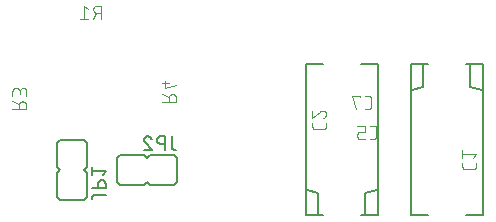
<source format=gbr>
G04 EAGLE Gerber RS-274X export*
G75*
%MOMM*%
%FSLAX34Y34*%
%LPD*%
%INSilkscreen Bottom*%
%IPPOS*%
%AMOC8*
5,1,8,0,0,1.08239X$1,22.5*%
G01*
%ADD10C,0.203200*%
%ADD11C,0.101600*%
%ADD12C,0.152400*%
%ADD13C,0.127000*%


D10*
X541000Y432300D02*
X541000Y304300D01*
X555500Y304300D01*
X587500Y304300D02*
X602000Y304300D01*
X602000Y432300D01*
X587500Y432300D01*
X555500Y432300D02*
X541000Y432300D01*
X551500Y431800D02*
X551500Y413300D01*
X542000Y410800D01*
X591500Y413300D02*
X591500Y431800D01*
X591500Y413300D02*
X601000Y410800D01*
D11*
X584708Y348601D02*
X584708Y346004D01*
X584710Y345905D01*
X584716Y345805D01*
X584725Y345706D01*
X584738Y345608D01*
X584755Y345510D01*
X584776Y345412D01*
X584801Y345316D01*
X584829Y345221D01*
X584861Y345127D01*
X584896Y345034D01*
X584935Y344942D01*
X584978Y344852D01*
X585023Y344764D01*
X585073Y344677D01*
X585125Y344593D01*
X585181Y344510D01*
X585239Y344430D01*
X585301Y344352D01*
X585366Y344277D01*
X585434Y344204D01*
X585504Y344134D01*
X585577Y344066D01*
X585652Y344001D01*
X585730Y343939D01*
X585810Y343881D01*
X585893Y343825D01*
X585977Y343773D01*
X586064Y343723D01*
X586152Y343678D01*
X586242Y343635D01*
X586334Y343596D01*
X586427Y343561D01*
X586521Y343529D01*
X586616Y343501D01*
X586712Y343476D01*
X586810Y343455D01*
X586908Y343438D01*
X587006Y343425D01*
X587105Y343416D01*
X587205Y343410D01*
X587304Y343408D01*
X593796Y343408D01*
X593895Y343410D01*
X593995Y343416D01*
X594094Y343425D01*
X594192Y343438D01*
X594290Y343455D01*
X594388Y343476D01*
X594484Y343501D01*
X594579Y343529D01*
X594673Y343561D01*
X594766Y343596D01*
X594858Y343635D01*
X594948Y343678D01*
X595036Y343723D01*
X595123Y343773D01*
X595207Y343825D01*
X595290Y343881D01*
X595370Y343939D01*
X595448Y344001D01*
X595523Y344066D01*
X595596Y344134D01*
X595666Y344204D01*
X595734Y344277D01*
X595799Y344352D01*
X595861Y344430D01*
X595919Y344510D01*
X595975Y344593D01*
X596027Y344677D01*
X596077Y344764D01*
X596122Y344852D01*
X596165Y344942D01*
X596204Y345034D01*
X596239Y345126D01*
X596271Y345221D01*
X596299Y345316D01*
X596324Y345412D01*
X596345Y345510D01*
X596362Y345608D01*
X596375Y345706D01*
X596384Y345805D01*
X596390Y345905D01*
X596392Y346004D01*
X596392Y348601D01*
X593796Y352966D02*
X596392Y356212D01*
X584708Y356212D01*
X584708Y359457D02*
X584708Y352966D01*
D10*
X513100Y304300D02*
X513100Y432300D01*
X498600Y432300D01*
X466600Y432300D02*
X452100Y432300D01*
X452100Y304300D01*
X466600Y304300D01*
X498600Y304300D02*
X513100Y304300D01*
X502600Y304800D02*
X502600Y323300D01*
X512100Y325800D01*
X462600Y323300D02*
X462600Y304800D01*
X462600Y323300D02*
X453100Y325800D01*
D11*
X457708Y379739D02*
X457708Y382336D01*
X457708Y379739D02*
X457710Y379640D01*
X457716Y379540D01*
X457725Y379441D01*
X457738Y379343D01*
X457755Y379245D01*
X457776Y379147D01*
X457801Y379051D01*
X457829Y378956D01*
X457861Y378862D01*
X457896Y378769D01*
X457935Y378677D01*
X457978Y378587D01*
X458023Y378499D01*
X458073Y378412D01*
X458125Y378328D01*
X458181Y378245D01*
X458239Y378165D01*
X458301Y378087D01*
X458366Y378012D01*
X458434Y377939D01*
X458504Y377869D01*
X458577Y377801D01*
X458652Y377736D01*
X458730Y377674D01*
X458810Y377616D01*
X458893Y377560D01*
X458977Y377508D01*
X459064Y377458D01*
X459152Y377413D01*
X459242Y377370D01*
X459334Y377331D01*
X459427Y377296D01*
X459521Y377264D01*
X459616Y377236D01*
X459712Y377211D01*
X459810Y377190D01*
X459908Y377173D01*
X460006Y377160D01*
X460105Y377151D01*
X460205Y377145D01*
X460304Y377143D01*
X466796Y377143D01*
X466895Y377145D01*
X466995Y377151D01*
X467094Y377160D01*
X467192Y377173D01*
X467290Y377190D01*
X467388Y377211D01*
X467484Y377236D01*
X467579Y377264D01*
X467673Y377296D01*
X467766Y377331D01*
X467858Y377370D01*
X467948Y377413D01*
X468036Y377458D01*
X468123Y377508D01*
X468207Y377560D01*
X468290Y377616D01*
X468370Y377674D01*
X468448Y377736D01*
X468523Y377801D01*
X468596Y377869D01*
X468666Y377939D01*
X468734Y378012D01*
X468799Y378087D01*
X468861Y378165D01*
X468919Y378245D01*
X468975Y378328D01*
X469027Y378412D01*
X469077Y378499D01*
X469122Y378587D01*
X469165Y378677D01*
X469204Y378769D01*
X469239Y378861D01*
X469271Y378956D01*
X469299Y379051D01*
X469324Y379147D01*
X469345Y379245D01*
X469362Y379343D01*
X469375Y379441D01*
X469384Y379540D01*
X469390Y379640D01*
X469392Y379739D01*
X469392Y382336D01*
X469392Y390271D02*
X469390Y390378D01*
X469384Y390484D01*
X469374Y390590D01*
X469361Y390696D01*
X469343Y390802D01*
X469322Y390906D01*
X469297Y391010D01*
X469268Y391113D01*
X469236Y391214D01*
X469199Y391314D01*
X469159Y391413D01*
X469116Y391511D01*
X469069Y391607D01*
X469018Y391701D01*
X468964Y391793D01*
X468907Y391883D01*
X468847Y391971D01*
X468783Y392056D01*
X468716Y392139D01*
X468646Y392220D01*
X468574Y392298D01*
X468498Y392374D01*
X468420Y392446D01*
X468339Y392516D01*
X468256Y392583D01*
X468171Y392647D01*
X468083Y392707D01*
X467993Y392764D01*
X467901Y392818D01*
X467807Y392869D01*
X467711Y392916D01*
X467613Y392959D01*
X467514Y392999D01*
X467414Y393036D01*
X467313Y393068D01*
X467210Y393097D01*
X467106Y393122D01*
X467002Y393143D01*
X466896Y393161D01*
X466790Y393174D01*
X466684Y393184D01*
X466578Y393190D01*
X466471Y393192D01*
X469392Y390271D02*
X469390Y390150D01*
X469384Y390029D01*
X469374Y389909D01*
X469361Y389788D01*
X469343Y389669D01*
X469322Y389549D01*
X469297Y389431D01*
X469268Y389314D01*
X469235Y389197D01*
X469199Y389082D01*
X469158Y388968D01*
X469115Y388855D01*
X469067Y388743D01*
X469016Y388634D01*
X468961Y388526D01*
X468903Y388419D01*
X468842Y388315D01*
X468777Y388213D01*
X468709Y388113D01*
X468638Y388015D01*
X468564Y387919D01*
X468487Y387826D01*
X468406Y387736D01*
X468323Y387648D01*
X468237Y387563D01*
X468148Y387480D01*
X468057Y387401D01*
X467963Y387324D01*
X467867Y387251D01*
X467769Y387181D01*
X467668Y387114D01*
X467565Y387050D01*
X467460Y386990D01*
X467353Y386933D01*
X467245Y386879D01*
X467135Y386829D01*
X467023Y386783D01*
X466910Y386740D01*
X466795Y386701D01*
X464199Y392219D02*
X464276Y392298D01*
X464357Y392374D01*
X464440Y392447D01*
X464525Y392517D01*
X464613Y392584D01*
X464703Y392648D01*
X464795Y392708D01*
X464890Y392765D01*
X464986Y392819D01*
X465084Y392870D01*
X465184Y392917D01*
X465286Y392961D01*
X465389Y393001D01*
X465493Y393037D01*
X465599Y393069D01*
X465705Y393098D01*
X465813Y393123D01*
X465921Y393145D01*
X466031Y393162D01*
X466140Y393176D01*
X466250Y393185D01*
X466361Y393191D01*
X466471Y393193D01*
X464199Y392218D02*
X457708Y386701D01*
X457708Y393192D01*
X506664Y368808D02*
X509261Y368808D01*
X509360Y368810D01*
X509460Y368816D01*
X509559Y368825D01*
X509657Y368838D01*
X509755Y368855D01*
X509853Y368876D01*
X509949Y368901D01*
X510044Y368929D01*
X510138Y368961D01*
X510231Y368996D01*
X510323Y369035D01*
X510413Y369078D01*
X510501Y369123D01*
X510588Y369173D01*
X510672Y369225D01*
X510755Y369281D01*
X510835Y369339D01*
X510913Y369401D01*
X510988Y369466D01*
X511061Y369534D01*
X511131Y369604D01*
X511199Y369677D01*
X511264Y369752D01*
X511326Y369830D01*
X511384Y369910D01*
X511440Y369993D01*
X511492Y370077D01*
X511542Y370164D01*
X511587Y370252D01*
X511630Y370342D01*
X511669Y370434D01*
X511704Y370527D01*
X511736Y370621D01*
X511764Y370716D01*
X511789Y370812D01*
X511810Y370910D01*
X511827Y371008D01*
X511840Y371106D01*
X511849Y371205D01*
X511855Y371305D01*
X511857Y371404D01*
X511857Y377896D01*
X511855Y377995D01*
X511849Y378095D01*
X511840Y378194D01*
X511827Y378292D01*
X511810Y378390D01*
X511789Y378488D01*
X511764Y378584D01*
X511736Y378679D01*
X511704Y378773D01*
X511669Y378866D01*
X511630Y378958D01*
X511587Y379048D01*
X511542Y379136D01*
X511492Y379223D01*
X511440Y379307D01*
X511384Y379390D01*
X511326Y379470D01*
X511264Y379548D01*
X511199Y379623D01*
X511131Y379696D01*
X511061Y379766D01*
X510988Y379834D01*
X510913Y379899D01*
X510835Y379961D01*
X510755Y380019D01*
X510672Y380075D01*
X510588Y380127D01*
X510501Y380177D01*
X510413Y380222D01*
X510323Y380265D01*
X510231Y380304D01*
X510138Y380339D01*
X510044Y380371D01*
X509949Y380399D01*
X509853Y380424D01*
X509755Y380445D01*
X509657Y380462D01*
X509559Y380475D01*
X509460Y380484D01*
X509360Y380490D01*
X509261Y380492D01*
X506664Y380492D01*
X502299Y368808D02*
X498404Y368808D01*
X498305Y368810D01*
X498205Y368816D01*
X498106Y368825D01*
X498008Y368838D01*
X497910Y368855D01*
X497812Y368876D01*
X497716Y368901D01*
X497621Y368929D01*
X497527Y368961D01*
X497434Y368996D01*
X497342Y369035D01*
X497252Y369078D01*
X497164Y369123D01*
X497077Y369173D01*
X496993Y369225D01*
X496910Y369281D01*
X496830Y369339D01*
X496752Y369401D01*
X496677Y369466D01*
X496604Y369534D01*
X496534Y369604D01*
X496466Y369677D01*
X496401Y369752D01*
X496339Y369830D01*
X496281Y369910D01*
X496225Y369993D01*
X496173Y370077D01*
X496123Y370164D01*
X496078Y370252D01*
X496035Y370342D01*
X495996Y370434D01*
X495961Y370527D01*
X495929Y370621D01*
X495901Y370716D01*
X495876Y370812D01*
X495855Y370910D01*
X495838Y371008D01*
X495825Y371106D01*
X495816Y371205D01*
X495810Y371305D01*
X495808Y371404D01*
X495808Y372703D01*
X495810Y372802D01*
X495816Y372902D01*
X495825Y373001D01*
X495838Y373099D01*
X495855Y373197D01*
X495876Y373295D01*
X495901Y373391D01*
X495929Y373486D01*
X495961Y373580D01*
X495996Y373673D01*
X496035Y373765D01*
X496078Y373855D01*
X496123Y373943D01*
X496173Y374030D01*
X496225Y374114D01*
X496281Y374197D01*
X496339Y374277D01*
X496401Y374355D01*
X496466Y374430D01*
X496534Y374503D01*
X496604Y374573D01*
X496677Y374641D01*
X496752Y374706D01*
X496830Y374768D01*
X496910Y374826D01*
X496993Y374882D01*
X497077Y374934D01*
X497164Y374984D01*
X497252Y375029D01*
X497342Y375072D01*
X497434Y375111D01*
X497527Y375146D01*
X497621Y375178D01*
X497716Y375206D01*
X497812Y375231D01*
X497910Y375252D01*
X498008Y375269D01*
X498106Y375282D01*
X498205Y375291D01*
X498305Y375297D01*
X498404Y375299D01*
X502299Y375299D01*
X502299Y380492D01*
X495808Y380492D01*
X502299Y394208D02*
X504896Y394208D01*
X504995Y394210D01*
X505095Y394216D01*
X505194Y394225D01*
X505292Y394238D01*
X505390Y394255D01*
X505488Y394276D01*
X505584Y394301D01*
X505679Y394329D01*
X505773Y394361D01*
X505866Y394396D01*
X505958Y394435D01*
X506048Y394478D01*
X506136Y394523D01*
X506223Y394573D01*
X506307Y394625D01*
X506390Y394681D01*
X506470Y394739D01*
X506548Y394801D01*
X506623Y394866D01*
X506696Y394934D01*
X506766Y395004D01*
X506834Y395077D01*
X506899Y395152D01*
X506961Y395230D01*
X507019Y395310D01*
X507075Y395393D01*
X507127Y395477D01*
X507177Y395564D01*
X507222Y395652D01*
X507265Y395742D01*
X507304Y395834D01*
X507339Y395927D01*
X507371Y396021D01*
X507399Y396116D01*
X507424Y396212D01*
X507445Y396310D01*
X507462Y396408D01*
X507475Y396506D01*
X507484Y396605D01*
X507490Y396705D01*
X507492Y396804D01*
X507492Y403296D01*
X507490Y403395D01*
X507484Y403495D01*
X507475Y403594D01*
X507462Y403692D01*
X507445Y403790D01*
X507424Y403888D01*
X507399Y403984D01*
X507371Y404079D01*
X507339Y404173D01*
X507304Y404266D01*
X507265Y404358D01*
X507222Y404448D01*
X507177Y404536D01*
X507127Y404623D01*
X507075Y404707D01*
X507019Y404790D01*
X506961Y404870D01*
X506899Y404948D01*
X506834Y405023D01*
X506766Y405096D01*
X506696Y405166D01*
X506623Y405234D01*
X506548Y405299D01*
X506470Y405361D01*
X506390Y405419D01*
X506307Y405475D01*
X506223Y405527D01*
X506136Y405577D01*
X506048Y405622D01*
X505958Y405665D01*
X505866Y405704D01*
X505773Y405739D01*
X505679Y405771D01*
X505584Y405799D01*
X505488Y405824D01*
X505390Y405845D01*
X505292Y405862D01*
X505194Y405875D01*
X505095Y405884D01*
X504995Y405890D01*
X504896Y405892D01*
X502299Y405892D01*
X497934Y405892D02*
X497934Y404594D01*
X497934Y405892D02*
X491443Y405892D01*
X494688Y394208D01*
D12*
X266700Y345440D02*
X264160Y342900D01*
X266700Y340360D01*
X243840Y342900D02*
X241300Y345440D01*
X243840Y342900D02*
X241300Y340360D01*
X241300Y320040D01*
X243840Y317500D01*
X241300Y365760D02*
X243840Y368300D01*
X241300Y365760D02*
X241300Y345440D01*
X243840Y368300D02*
X264160Y368300D01*
X266700Y365760D01*
X266700Y345440D01*
X266700Y340360D02*
X266700Y320040D01*
X264160Y317500D01*
X243840Y317500D01*
D13*
X273685Y321945D02*
X282575Y321945D01*
X273685Y321945D02*
X273585Y321943D01*
X273486Y321937D01*
X273386Y321927D01*
X273288Y321914D01*
X273189Y321896D01*
X273092Y321875D01*
X272996Y321850D01*
X272900Y321821D01*
X272806Y321788D01*
X272713Y321752D01*
X272622Y321712D01*
X272532Y321668D01*
X272444Y321621D01*
X272358Y321571D01*
X272274Y321517D01*
X272192Y321460D01*
X272113Y321400D01*
X272035Y321336D01*
X271961Y321270D01*
X271889Y321201D01*
X271820Y321129D01*
X271754Y321055D01*
X271690Y320977D01*
X271630Y320898D01*
X271573Y320816D01*
X271519Y320732D01*
X271469Y320646D01*
X271422Y320558D01*
X271378Y320468D01*
X271338Y320377D01*
X271302Y320284D01*
X271269Y320190D01*
X271240Y320094D01*
X271215Y319998D01*
X271194Y319901D01*
X271176Y319802D01*
X271163Y319704D01*
X271153Y319604D01*
X271147Y319505D01*
X271145Y319405D01*
X271145Y318135D01*
X271145Y327925D02*
X282575Y327925D01*
X282575Y331100D01*
X282573Y331211D01*
X282567Y331321D01*
X282558Y331432D01*
X282544Y331542D01*
X282527Y331651D01*
X282506Y331760D01*
X282481Y331868D01*
X282452Y331975D01*
X282420Y332081D01*
X282384Y332186D01*
X282344Y332289D01*
X282301Y332391D01*
X282254Y332492D01*
X282203Y332591D01*
X282150Y332688D01*
X282093Y332782D01*
X282032Y332875D01*
X281969Y332966D01*
X281902Y333055D01*
X281832Y333141D01*
X281759Y333224D01*
X281684Y333306D01*
X281606Y333384D01*
X281524Y333459D01*
X281441Y333532D01*
X281355Y333602D01*
X281266Y333669D01*
X281175Y333732D01*
X281082Y333793D01*
X280988Y333850D01*
X280891Y333903D01*
X280792Y333954D01*
X280691Y334001D01*
X280589Y334044D01*
X280486Y334084D01*
X280381Y334120D01*
X280275Y334152D01*
X280168Y334181D01*
X280060Y334206D01*
X279951Y334227D01*
X279842Y334244D01*
X279732Y334258D01*
X279621Y334267D01*
X279511Y334273D01*
X279400Y334275D01*
X279289Y334273D01*
X279179Y334267D01*
X279068Y334258D01*
X278958Y334244D01*
X278849Y334227D01*
X278740Y334206D01*
X278632Y334181D01*
X278525Y334152D01*
X278419Y334120D01*
X278314Y334084D01*
X278211Y334044D01*
X278109Y334001D01*
X278008Y333954D01*
X277909Y333903D01*
X277813Y333850D01*
X277718Y333793D01*
X277625Y333732D01*
X277534Y333669D01*
X277445Y333602D01*
X277359Y333532D01*
X277276Y333459D01*
X277194Y333384D01*
X277116Y333306D01*
X277041Y333224D01*
X276968Y333141D01*
X276898Y333055D01*
X276831Y332966D01*
X276768Y332875D01*
X276707Y332782D01*
X276650Y332688D01*
X276597Y332591D01*
X276546Y332492D01*
X276499Y332391D01*
X276456Y332289D01*
X276416Y332186D01*
X276380Y332081D01*
X276348Y331975D01*
X276319Y331868D01*
X276294Y331760D01*
X276273Y331651D01*
X276256Y331542D01*
X276242Y331432D01*
X276233Y331321D01*
X276227Y331211D01*
X276225Y331100D01*
X276225Y327925D01*
X280035Y338784D02*
X282575Y341959D01*
X271145Y341959D01*
X271145Y338784D02*
X271145Y345134D01*
D12*
X314960Y355600D02*
X317500Y353060D01*
X320040Y355600D01*
X317500Y332740D02*
X314960Y330200D01*
X317500Y332740D02*
X320040Y330200D01*
X340360Y330200D01*
X342900Y332740D01*
X294640Y330200D02*
X292100Y332740D01*
X294640Y330200D02*
X314960Y330200D01*
X292100Y332740D02*
X292100Y353060D01*
X294640Y355600D01*
X314960Y355600D01*
X320040Y355600D02*
X340360Y355600D01*
X342900Y353060D01*
X342900Y332740D01*
D13*
X338455Y362585D02*
X338455Y371475D01*
X338455Y362585D02*
X338457Y362485D01*
X338463Y362386D01*
X338473Y362286D01*
X338486Y362188D01*
X338504Y362089D01*
X338525Y361992D01*
X338550Y361896D01*
X338579Y361800D01*
X338612Y361706D01*
X338648Y361613D01*
X338688Y361522D01*
X338732Y361432D01*
X338779Y361344D01*
X338829Y361258D01*
X338883Y361174D01*
X338940Y361092D01*
X339000Y361013D01*
X339064Y360935D01*
X339130Y360861D01*
X339199Y360789D01*
X339271Y360720D01*
X339345Y360654D01*
X339423Y360590D01*
X339502Y360530D01*
X339584Y360473D01*
X339668Y360419D01*
X339754Y360369D01*
X339842Y360322D01*
X339932Y360278D01*
X340023Y360238D01*
X340116Y360202D01*
X340210Y360169D01*
X340306Y360140D01*
X340402Y360115D01*
X340499Y360094D01*
X340598Y360076D01*
X340696Y360063D01*
X340796Y360053D01*
X340895Y360047D01*
X340995Y360045D01*
X342265Y360045D01*
X332475Y360045D02*
X332475Y371475D01*
X329300Y371475D01*
X329189Y371473D01*
X329079Y371467D01*
X328968Y371458D01*
X328858Y371444D01*
X328749Y371427D01*
X328640Y371406D01*
X328532Y371381D01*
X328425Y371352D01*
X328319Y371320D01*
X328214Y371284D01*
X328111Y371244D01*
X328009Y371201D01*
X327908Y371154D01*
X327809Y371103D01*
X327713Y371050D01*
X327618Y370993D01*
X327525Y370932D01*
X327434Y370869D01*
X327345Y370802D01*
X327259Y370732D01*
X327176Y370659D01*
X327094Y370584D01*
X327016Y370506D01*
X326941Y370424D01*
X326868Y370341D01*
X326798Y370255D01*
X326731Y370166D01*
X326668Y370075D01*
X326607Y369982D01*
X326550Y369888D01*
X326497Y369791D01*
X326446Y369692D01*
X326399Y369591D01*
X326356Y369489D01*
X326316Y369386D01*
X326280Y369281D01*
X326248Y369175D01*
X326219Y369068D01*
X326194Y368960D01*
X326173Y368851D01*
X326156Y368742D01*
X326142Y368632D01*
X326133Y368521D01*
X326127Y368411D01*
X326125Y368300D01*
X326127Y368189D01*
X326133Y368079D01*
X326142Y367968D01*
X326156Y367858D01*
X326173Y367749D01*
X326194Y367640D01*
X326219Y367532D01*
X326248Y367425D01*
X326280Y367319D01*
X326316Y367214D01*
X326356Y367111D01*
X326399Y367009D01*
X326446Y366908D01*
X326497Y366809D01*
X326550Y366713D01*
X326607Y366618D01*
X326668Y366525D01*
X326731Y366434D01*
X326798Y366345D01*
X326868Y366259D01*
X326941Y366176D01*
X327016Y366094D01*
X327094Y366016D01*
X327176Y365941D01*
X327259Y365868D01*
X327345Y365798D01*
X327434Y365731D01*
X327525Y365668D01*
X327618Y365607D01*
X327713Y365550D01*
X327809Y365497D01*
X327908Y365446D01*
X328009Y365399D01*
X328111Y365356D01*
X328214Y365316D01*
X328319Y365280D01*
X328425Y365248D01*
X328532Y365219D01*
X328640Y365194D01*
X328749Y365173D01*
X328858Y365156D01*
X328968Y365142D01*
X329079Y365133D01*
X329189Y365127D01*
X329300Y365125D01*
X332475Y365125D01*
X318124Y371476D02*
X318020Y371474D01*
X317915Y371468D01*
X317811Y371459D01*
X317708Y371446D01*
X317605Y371428D01*
X317503Y371408D01*
X317401Y371383D01*
X317301Y371355D01*
X317201Y371323D01*
X317103Y371287D01*
X317006Y371248D01*
X316911Y371206D01*
X316817Y371160D01*
X316725Y371110D01*
X316635Y371058D01*
X316547Y371002D01*
X316461Y370942D01*
X316377Y370880D01*
X316296Y370815D01*
X316217Y370747D01*
X316140Y370675D01*
X316067Y370602D01*
X315995Y370525D01*
X315927Y370446D01*
X315862Y370365D01*
X315800Y370281D01*
X315740Y370195D01*
X315684Y370107D01*
X315632Y370017D01*
X315582Y369925D01*
X315536Y369831D01*
X315494Y369736D01*
X315455Y369639D01*
X315419Y369541D01*
X315387Y369441D01*
X315359Y369341D01*
X315334Y369239D01*
X315314Y369137D01*
X315296Y369034D01*
X315283Y368931D01*
X315274Y368827D01*
X315268Y368722D01*
X315266Y368618D01*
X318124Y371475D02*
X318242Y371473D01*
X318361Y371467D01*
X318479Y371458D01*
X318596Y371445D01*
X318713Y371427D01*
X318830Y371407D01*
X318946Y371382D01*
X319061Y371354D01*
X319174Y371321D01*
X319287Y371286D01*
X319399Y371246D01*
X319509Y371204D01*
X319618Y371157D01*
X319726Y371107D01*
X319831Y371054D01*
X319935Y370997D01*
X320037Y370937D01*
X320137Y370874D01*
X320235Y370807D01*
X320331Y370738D01*
X320424Y370665D01*
X320515Y370589D01*
X320604Y370511D01*
X320690Y370429D01*
X320773Y370345D01*
X320854Y370259D01*
X320931Y370169D01*
X321006Y370078D01*
X321078Y369984D01*
X321147Y369887D01*
X321212Y369789D01*
X321275Y369688D01*
X321334Y369585D01*
X321390Y369481D01*
X321442Y369375D01*
X321491Y369267D01*
X321536Y369158D01*
X321578Y369047D01*
X321616Y368935D01*
X316218Y366396D02*
X316142Y366471D01*
X316067Y366550D01*
X315996Y366631D01*
X315927Y366715D01*
X315862Y366801D01*
X315800Y366889D01*
X315740Y366979D01*
X315684Y367071D01*
X315631Y367166D01*
X315582Y367262D01*
X315536Y367360D01*
X315493Y367459D01*
X315454Y367560D01*
X315419Y367662D01*
X315387Y367765D01*
X315359Y367869D01*
X315334Y367974D01*
X315313Y368081D01*
X315296Y368187D01*
X315283Y368294D01*
X315274Y368402D01*
X315268Y368510D01*
X315266Y368618D01*
X316219Y366395D02*
X321616Y360045D01*
X315266Y360045D01*
D11*
X278705Y470408D02*
X278705Y482092D01*
X275460Y482092D01*
X275347Y482090D01*
X275234Y482084D01*
X275121Y482074D01*
X275008Y482060D01*
X274896Y482043D01*
X274785Y482021D01*
X274675Y481996D01*
X274565Y481966D01*
X274457Y481933D01*
X274350Y481896D01*
X274244Y481856D01*
X274140Y481811D01*
X274037Y481763D01*
X273936Y481712D01*
X273837Y481657D01*
X273740Y481599D01*
X273645Y481537D01*
X273552Y481472D01*
X273462Y481404D01*
X273374Y481333D01*
X273288Y481258D01*
X273205Y481181D01*
X273125Y481101D01*
X273048Y481018D01*
X272973Y480932D01*
X272902Y480844D01*
X272834Y480754D01*
X272769Y480661D01*
X272707Y480566D01*
X272649Y480469D01*
X272594Y480370D01*
X272543Y480269D01*
X272495Y480166D01*
X272450Y480062D01*
X272410Y479956D01*
X272373Y479849D01*
X272340Y479741D01*
X272310Y479631D01*
X272285Y479521D01*
X272263Y479410D01*
X272246Y479298D01*
X272232Y479185D01*
X272222Y479072D01*
X272216Y478959D01*
X272214Y478846D01*
X272216Y478733D01*
X272222Y478620D01*
X272232Y478507D01*
X272246Y478394D01*
X272263Y478282D01*
X272285Y478171D01*
X272310Y478061D01*
X272340Y477951D01*
X272373Y477843D01*
X272410Y477736D01*
X272450Y477630D01*
X272495Y477526D01*
X272543Y477423D01*
X272594Y477322D01*
X272649Y477223D01*
X272707Y477126D01*
X272769Y477031D01*
X272834Y476938D01*
X272902Y476848D01*
X272973Y476760D01*
X273048Y476674D01*
X273125Y476591D01*
X273205Y476511D01*
X273288Y476434D01*
X273374Y476359D01*
X273462Y476288D01*
X273552Y476220D01*
X273645Y476155D01*
X273740Y476093D01*
X273837Y476035D01*
X273936Y475980D01*
X274037Y475929D01*
X274140Y475881D01*
X274244Y475836D01*
X274350Y475796D01*
X274457Y475759D01*
X274565Y475726D01*
X274675Y475696D01*
X274785Y475671D01*
X274896Y475649D01*
X275008Y475632D01*
X275121Y475618D01*
X275234Y475608D01*
X275347Y475602D01*
X275460Y475600D01*
X275460Y475601D02*
X278705Y475601D01*
X274811Y475601D02*
X272214Y470408D01*
X267349Y479496D02*
X264104Y482092D01*
X264104Y470408D01*
X267349Y470408D02*
X260858Y470408D01*
X215392Y394395D02*
X203708Y394395D01*
X215392Y394395D02*
X215392Y397640D01*
X215390Y397753D01*
X215384Y397866D01*
X215374Y397979D01*
X215360Y398092D01*
X215343Y398204D01*
X215321Y398315D01*
X215296Y398425D01*
X215266Y398535D01*
X215233Y398643D01*
X215196Y398750D01*
X215156Y398856D01*
X215111Y398960D01*
X215063Y399063D01*
X215012Y399164D01*
X214957Y399263D01*
X214899Y399360D01*
X214837Y399455D01*
X214772Y399548D01*
X214704Y399638D01*
X214633Y399726D01*
X214558Y399812D01*
X214481Y399895D01*
X214401Y399975D01*
X214318Y400052D01*
X214232Y400127D01*
X214144Y400198D01*
X214054Y400266D01*
X213961Y400331D01*
X213866Y400393D01*
X213769Y400451D01*
X213670Y400506D01*
X213569Y400557D01*
X213466Y400605D01*
X213362Y400650D01*
X213256Y400690D01*
X213149Y400727D01*
X213041Y400760D01*
X212931Y400790D01*
X212821Y400815D01*
X212710Y400837D01*
X212598Y400854D01*
X212485Y400868D01*
X212372Y400878D01*
X212259Y400884D01*
X212146Y400886D01*
X212033Y400884D01*
X211920Y400878D01*
X211807Y400868D01*
X211694Y400854D01*
X211582Y400837D01*
X211471Y400815D01*
X211361Y400790D01*
X211251Y400760D01*
X211143Y400727D01*
X211036Y400690D01*
X210930Y400650D01*
X210826Y400605D01*
X210723Y400557D01*
X210622Y400506D01*
X210523Y400451D01*
X210426Y400393D01*
X210331Y400331D01*
X210238Y400266D01*
X210148Y400198D01*
X210060Y400127D01*
X209974Y400052D01*
X209891Y399975D01*
X209811Y399895D01*
X209734Y399812D01*
X209659Y399726D01*
X209588Y399638D01*
X209520Y399548D01*
X209455Y399455D01*
X209393Y399360D01*
X209335Y399263D01*
X209280Y399164D01*
X209229Y399063D01*
X209181Y398960D01*
X209136Y398856D01*
X209096Y398750D01*
X209059Y398643D01*
X209026Y398535D01*
X208996Y398425D01*
X208971Y398315D01*
X208949Y398204D01*
X208932Y398092D01*
X208918Y397979D01*
X208908Y397866D01*
X208902Y397753D01*
X208900Y397640D01*
X208901Y397640D02*
X208901Y394395D01*
X208901Y398289D02*
X203708Y400886D01*
X203708Y405751D02*
X203708Y408996D01*
X203710Y409109D01*
X203716Y409222D01*
X203726Y409335D01*
X203740Y409448D01*
X203757Y409560D01*
X203779Y409671D01*
X203804Y409781D01*
X203834Y409891D01*
X203867Y409999D01*
X203904Y410106D01*
X203944Y410212D01*
X203989Y410316D01*
X204037Y410419D01*
X204088Y410520D01*
X204143Y410619D01*
X204201Y410716D01*
X204263Y410811D01*
X204328Y410904D01*
X204396Y410994D01*
X204467Y411082D01*
X204542Y411168D01*
X204619Y411251D01*
X204699Y411331D01*
X204782Y411408D01*
X204868Y411483D01*
X204956Y411554D01*
X205046Y411622D01*
X205139Y411687D01*
X205234Y411749D01*
X205331Y411807D01*
X205430Y411862D01*
X205531Y411913D01*
X205634Y411961D01*
X205738Y412006D01*
X205844Y412046D01*
X205951Y412083D01*
X206059Y412116D01*
X206169Y412146D01*
X206279Y412171D01*
X206390Y412193D01*
X206502Y412210D01*
X206615Y412224D01*
X206728Y412234D01*
X206841Y412240D01*
X206954Y412242D01*
X207067Y412240D01*
X207180Y412234D01*
X207293Y412224D01*
X207406Y412210D01*
X207518Y412193D01*
X207629Y412171D01*
X207739Y412146D01*
X207849Y412116D01*
X207957Y412083D01*
X208064Y412046D01*
X208170Y412006D01*
X208274Y411961D01*
X208377Y411913D01*
X208478Y411862D01*
X208577Y411807D01*
X208674Y411749D01*
X208769Y411687D01*
X208862Y411622D01*
X208952Y411554D01*
X209040Y411483D01*
X209126Y411408D01*
X209209Y411331D01*
X209289Y411251D01*
X209366Y411168D01*
X209441Y411082D01*
X209512Y410994D01*
X209580Y410904D01*
X209645Y410811D01*
X209707Y410716D01*
X209765Y410619D01*
X209820Y410520D01*
X209871Y410419D01*
X209919Y410316D01*
X209964Y410212D01*
X210004Y410106D01*
X210041Y409999D01*
X210074Y409891D01*
X210104Y409781D01*
X210129Y409671D01*
X210151Y409560D01*
X210168Y409448D01*
X210182Y409335D01*
X210192Y409222D01*
X210198Y409109D01*
X210200Y408996D01*
X215392Y409646D02*
X215392Y405751D01*
X215392Y409646D02*
X215390Y409747D01*
X215384Y409847D01*
X215374Y409947D01*
X215361Y410047D01*
X215343Y410146D01*
X215322Y410245D01*
X215297Y410342D01*
X215268Y410439D01*
X215235Y410534D01*
X215199Y410628D01*
X215159Y410720D01*
X215116Y410811D01*
X215069Y410900D01*
X215019Y410987D01*
X214965Y411073D01*
X214908Y411156D01*
X214848Y411236D01*
X214785Y411315D01*
X214718Y411391D01*
X214649Y411464D01*
X214577Y411534D01*
X214503Y411602D01*
X214426Y411667D01*
X214346Y411728D01*
X214264Y411787D01*
X214180Y411842D01*
X214094Y411894D01*
X214006Y411943D01*
X213916Y411988D01*
X213824Y412030D01*
X213731Y412068D01*
X213636Y412102D01*
X213541Y412133D01*
X213444Y412160D01*
X213346Y412183D01*
X213247Y412203D01*
X213147Y412218D01*
X213047Y412230D01*
X212947Y412238D01*
X212846Y412242D01*
X212746Y412242D01*
X212645Y412238D01*
X212545Y412230D01*
X212445Y412218D01*
X212345Y412203D01*
X212246Y412183D01*
X212148Y412160D01*
X212051Y412133D01*
X211956Y412102D01*
X211861Y412068D01*
X211768Y412030D01*
X211676Y411988D01*
X211586Y411943D01*
X211498Y411894D01*
X211412Y411842D01*
X211328Y411787D01*
X211246Y411728D01*
X211166Y411667D01*
X211089Y411602D01*
X211015Y411534D01*
X210943Y411464D01*
X210874Y411391D01*
X210807Y411315D01*
X210744Y411236D01*
X210684Y411156D01*
X210627Y411073D01*
X210573Y410987D01*
X210523Y410900D01*
X210476Y410811D01*
X210433Y410720D01*
X210393Y410628D01*
X210357Y410534D01*
X210324Y410439D01*
X210295Y410342D01*
X210270Y410245D01*
X210249Y410146D01*
X210231Y410047D01*
X210218Y409947D01*
X210208Y409847D01*
X210202Y409747D01*
X210200Y409646D01*
X210199Y409646D02*
X210199Y407049D01*
X330708Y400558D02*
X342392Y400558D01*
X342392Y403804D01*
X342390Y403917D01*
X342384Y404030D01*
X342374Y404143D01*
X342360Y404256D01*
X342343Y404368D01*
X342321Y404479D01*
X342296Y404589D01*
X342266Y404699D01*
X342233Y404807D01*
X342196Y404914D01*
X342156Y405020D01*
X342111Y405124D01*
X342063Y405227D01*
X342012Y405328D01*
X341957Y405427D01*
X341899Y405524D01*
X341837Y405619D01*
X341772Y405712D01*
X341704Y405802D01*
X341633Y405890D01*
X341558Y405976D01*
X341481Y406059D01*
X341401Y406139D01*
X341318Y406216D01*
X341232Y406291D01*
X341144Y406362D01*
X341054Y406430D01*
X340961Y406495D01*
X340866Y406557D01*
X340769Y406615D01*
X340670Y406670D01*
X340569Y406721D01*
X340466Y406769D01*
X340362Y406814D01*
X340256Y406854D01*
X340149Y406891D01*
X340041Y406924D01*
X339931Y406954D01*
X339821Y406979D01*
X339710Y407001D01*
X339598Y407018D01*
X339485Y407032D01*
X339372Y407042D01*
X339259Y407048D01*
X339146Y407050D01*
X339033Y407048D01*
X338920Y407042D01*
X338807Y407032D01*
X338694Y407018D01*
X338582Y407001D01*
X338471Y406979D01*
X338361Y406954D01*
X338251Y406924D01*
X338143Y406891D01*
X338036Y406854D01*
X337930Y406814D01*
X337826Y406769D01*
X337723Y406721D01*
X337622Y406670D01*
X337523Y406615D01*
X337426Y406557D01*
X337331Y406495D01*
X337238Y406430D01*
X337148Y406362D01*
X337060Y406291D01*
X336974Y406216D01*
X336891Y406139D01*
X336811Y406059D01*
X336734Y405976D01*
X336659Y405890D01*
X336588Y405802D01*
X336520Y405712D01*
X336455Y405619D01*
X336393Y405524D01*
X336335Y405427D01*
X336280Y405328D01*
X336229Y405227D01*
X336181Y405124D01*
X336136Y405020D01*
X336096Y404914D01*
X336059Y404807D01*
X336026Y404699D01*
X335996Y404589D01*
X335971Y404479D01*
X335949Y404368D01*
X335932Y404256D01*
X335918Y404143D01*
X335908Y404030D01*
X335902Y403917D01*
X335900Y403804D01*
X335901Y403804D02*
X335901Y400558D01*
X335901Y404453D02*
X330708Y407049D01*
X333304Y411914D02*
X342392Y414511D01*
X333304Y411914D02*
X333304Y418405D01*
X335901Y416458D02*
X330708Y416458D01*
M02*

</source>
